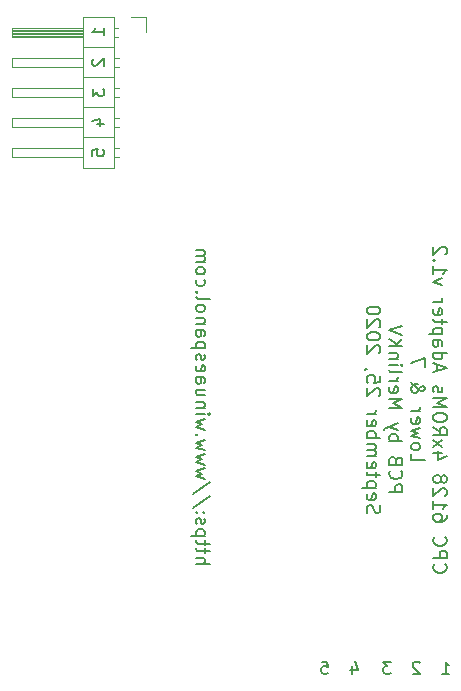
<source format=gbo>
G04 #@! TF.GenerationSoftware,KiCad,Pcbnew,(5.1.6)-1*
G04 #@! TF.CreationDate,2020-09-26T15:55:14+03:00*
G04 #@! TF.ProjectId,CPC6128_MultiROM_1_2,43504336-3132-4385-9f4d-756c7469524f,rev?*
G04 #@! TF.SameCoordinates,Original*
G04 #@! TF.FileFunction,Legend,Bot*
G04 #@! TF.FilePolarity,Positive*
%FSLAX46Y46*%
G04 Gerber Fmt 4.6, Leading zero omitted, Abs format (unit mm)*
G04 Created by KiCad (PCBNEW (5.1.6)-1) date 2020-09-26 15:55:14*
%MOMM*%
%LPD*%
G01*
G04 APERTURE LIST*
%ADD10C,0.150000*%
%ADD11C,0.120000*%
G04 APERTURE END LIST*
D10*
X125552380Y-64588095D02*
X125552380Y-64111904D01*
X126028571Y-64064285D01*
X125980952Y-64111904D01*
X125933333Y-64207142D01*
X125933333Y-64445238D01*
X125980952Y-64540476D01*
X126028571Y-64588095D01*
X126123809Y-64635714D01*
X126361904Y-64635714D01*
X126457142Y-64588095D01*
X126504761Y-64540476D01*
X126552380Y-64445238D01*
X126552380Y-64207142D01*
X126504761Y-64111904D01*
X126457142Y-64064285D01*
X125935714Y-61940476D02*
X126602380Y-61940476D01*
X125554761Y-61702380D02*
X126269047Y-61464285D01*
X126269047Y-62083333D01*
X125602380Y-58916666D02*
X125602380Y-59535714D01*
X125983333Y-59202380D01*
X125983333Y-59345238D01*
X126030952Y-59440476D01*
X126078571Y-59488095D01*
X126173809Y-59535714D01*
X126411904Y-59535714D01*
X126507142Y-59488095D01*
X126554761Y-59440476D01*
X126602380Y-59345238D01*
X126602380Y-59059523D01*
X126554761Y-58964285D01*
X126507142Y-58916666D01*
X125647619Y-56414285D02*
X125600000Y-56461904D01*
X125552380Y-56557142D01*
X125552380Y-56795238D01*
X125600000Y-56890476D01*
X125647619Y-56938095D01*
X125742857Y-56985714D01*
X125838095Y-56985714D01*
X125980952Y-56938095D01*
X126552380Y-56366666D01*
X126552380Y-56985714D01*
X126552380Y-54385714D02*
X126552380Y-53814285D01*
X126552380Y-54100000D02*
X125552380Y-54100000D01*
X125695238Y-54004761D01*
X125790476Y-53909523D01*
X125838095Y-53814285D01*
X145011904Y-107452380D02*
X145488095Y-107452380D01*
X145535714Y-107928571D01*
X145488095Y-107880952D01*
X145392857Y-107833333D01*
X145154761Y-107833333D01*
X145059523Y-107880952D01*
X145011904Y-107928571D01*
X144964285Y-108023809D01*
X144964285Y-108261904D01*
X145011904Y-108357142D01*
X145059523Y-108404761D01*
X145154761Y-108452380D01*
X145392857Y-108452380D01*
X145488095Y-108404761D01*
X145535714Y-108357142D01*
X155214285Y-108452380D02*
X155785714Y-108452380D01*
X155500000Y-108452380D02*
X155500000Y-107452380D01*
X155595238Y-107595238D01*
X155690476Y-107690476D01*
X155785714Y-107738095D01*
X153285714Y-107547619D02*
X153238095Y-107500000D01*
X153142857Y-107452380D01*
X152904761Y-107452380D01*
X152809523Y-107500000D01*
X152761904Y-107547619D01*
X152714285Y-107642857D01*
X152714285Y-107738095D01*
X152761904Y-107880952D01*
X153333333Y-108452380D01*
X152714285Y-108452380D01*
X150833333Y-107452380D02*
X150214285Y-107452380D01*
X150547619Y-107833333D01*
X150404761Y-107833333D01*
X150309523Y-107880952D01*
X150261904Y-107928571D01*
X150214285Y-108023809D01*
X150214285Y-108261904D01*
X150261904Y-108357142D01*
X150309523Y-108404761D01*
X150404761Y-108452380D01*
X150690476Y-108452380D01*
X150785714Y-108404761D01*
X150833333Y-108357142D01*
X147559523Y-107785714D02*
X147559523Y-108452380D01*
X147797619Y-107404761D02*
X148035714Y-108119047D01*
X147416666Y-108119047D01*
X154547785Y-99194095D02*
X154493023Y-99248857D01*
X154438261Y-99413142D01*
X154438261Y-99522666D01*
X154493023Y-99686952D01*
X154602547Y-99796476D01*
X154712071Y-99851238D01*
X154931119Y-99906000D01*
X155095404Y-99906000D01*
X155314452Y-99851238D01*
X155423976Y-99796476D01*
X155533500Y-99686952D01*
X155588261Y-99522666D01*
X155588261Y-99413142D01*
X155533500Y-99248857D01*
X155478738Y-99194095D01*
X154438261Y-98701238D02*
X155588261Y-98701238D01*
X155588261Y-98263142D01*
X155533500Y-98153619D01*
X155478738Y-98098857D01*
X155369214Y-98044095D01*
X155204928Y-98044095D01*
X155095404Y-98098857D01*
X155040642Y-98153619D01*
X154985880Y-98263142D01*
X154985880Y-98701238D01*
X154547785Y-96894095D02*
X154493023Y-96948857D01*
X154438261Y-97113142D01*
X154438261Y-97222666D01*
X154493023Y-97386952D01*
X154602547Y-97496476D01*
X154712071Y-97551238D01*
X154931119Y-97606000D01*
X155095404Y-97606000D01*
X155314452Y-97551238D01*
X155423976Y-97496476D01*
X155533500Y-97386952D01*
X155588261Y-97222666D01*
X155588261Y-97113142D01*
X155533500Y-96948857D01*
X155478738Y-96894095D01*
X155588261Y-95032190D02*
X155588261Y-95251238D01*
X155533500Y-95360761D01*
X155478738Y-95415523D01*
X155314452Y-95525047D01*
X155095404Y-95579809D01*
X154657309Y-95579809D01*
X154547785Y-95525047D01*
X154493023Y-95470285D01*
X154438261Y-95360761D01*
X154438261Y-95141714D01*
X154493023Y-95032190D01*
X154547785Y-94977428D01*
X154657309Y-94922666D01*
X154931119Y-94922666D01*
X155040642Y-94977428D01*
X155095404Y-95032190D01*
X155150166Y-95141714D01*
X155150166Y-95360761D01*
X155095404Y-95470285D01*
X155040642Y-95525047D01*
X154931119Y-95579809D01*
X154438261Y-93827428D02*
X154438261Y-94484571D01*
X154438261Y-94156000D02*
X155588261Y-94156000D01*
X155423976Y-94265523D01*
X155314452Y-94375047D01*
X155259690Y-94484571D01*
X155478738Y-93389333D02*
X155533500Y-93334571D01*
X155588261Y-93225047D01*
X155588261Y-92951238D01*
X155533500Y-92841714D01*
X155478738Y-92786952D01*
X155369214Y-92732190D01*
X155259690Y-92732190D01*
X155095404Y-92786952D01*
X154438261Y-93444095D01*
X154438261Y-92732190D01*
X155095404Y-92075047D02*
X155150166Y-92184571D01*
X155204928Y-92239333D01*
X155314452Y-92294095D01*
X155369214Y-92294095D01*
X155478738Y-92239333D01*
X155533500Y-92184571D01*
X155588261Y-92075047D01*
X155588261Y-91856000D01*
X155533500Y-91746476D01*
X155478738Y-91691714D01*
X155369214Y-91636952D01*
X155314452Y-91636952D01*
X155204928Y-91691714D01*
X155150166Y-91746476D01*
X155095404Y-91856000D01*
X155095404Y-92075047D01*
X155040642Y-92184571D01*
X154985880Y-92239333D01*
X154876357Y-92294095D01*
X154657309Y-92294095D01*
X154547785Y-92239333D01*
X154493023Y-92184571D01*
X154438261Y-92075047D01*
X154438261Y-91856000D01*
X154493023Y-91746476D01*
X154547785Y-91691714D01*
X154657309Y-91636952D01*
X154876357Y-91636952D01*
X154985880Y-91691714D01*
X155040642Y-91746476D01*
X155095404Y-91856000D01*
X155204928Y-89775047D02*
X154438261Y-89775047D01*
X155643023Y-90048857D02*
X154821595Y-90322666D01*
X154821595Y-89610761D01*
X154438261Y-89282190D02*
X155204928Y-88679809D01*
X155204928Y-89282190D02*
X154438261Y-88679809D01*
X154438261Y-87584571D02*
X154985880Y-87967904D01*
X154438261Y-88241714D02*
X155588261Y-88241714D01*
X155588261Y-87803619D01*
X155533500Y-87694095D01*
X155478738Y-87639333D01*
X155369214Y-87584571D01*
X155204928Y-87584571D01*
X155095404Y-87639333D01*
X155040642Y-87694095D01*
X154985880Y-87803619D01*
X154985880Y-88241714D01*
X155588261Y-86872666D02*
X155588261Y-86653619D01*
X155533500Y-86544095D01*
X155423976Y-86434571D01*
X155204928Y-86379809D01*
X154821595Y-86379809D01*
X154602547Y-86434571D01*
X154493023Y-86544095D01*
X154438261Y-86653619D01*
X154438261Y-86872666D01*
X154493023Y-86982190D01*
X154602547Y-87091714D01*
X154821595Y-87146476D01*
X155204928Y-87146476D01*
X155423976Y-87091714D01*
X155533500Y-86982190D01*
X155588261Y-86872666D01*
X154438261Y-85886952D02*
X155588261Y-85886952D01*
X154766833Y-85503619D01*
X155588261Y-85120285D01*
X154438261Y-85120285D01*
X154493023Y-84627428D02*
X154438261Y-84517904D01*
X154438261Y-84298857D01*
X154493023Y-84189333D01*
X154602547Y-84134571D01*
X154657309Y-84134571D01*
X154766833Y-84189333D01*
X154821595Y-84298857D01*
X154821595Y-84463142D01*
X154876357Y-84572666D01*
X154985880Y-84627428D01*
X155040642Y-84627428D01*
X155150166Y-84572666D01*
X155204928Y-84463142D01*
X155204928Y-84298857D01*
X155150166Y-84189333D01*
X154766833Y-82820285D02*
X154766833Y-82272666D01*
X154438261Y-82929809D02*
X155588261Y-82546476D01*
X154438261Y-82163142D01*
X154438261Y-81286952D02*
X155588261Y-81286952D01*
X154493023Y-81286952D02*
X154438261Y-81396476D01*
X154438261Y-81615523D01*
X154493023Y-81725047D01*
X154547785Y-81779809D01*
X154657309Y-81834571D01*
X154985880Y-81834571D01*
X155095404Y-81779809D01*
X155150166Y-81725047D01*
X155204928Y-81615523D01*
X155204928Y-81396476D01*
X155150166Y-81286952D01*
X154438261Y-80246476D02*
X155040642Y-80246476D01*
X155150166Y-80301238D01*
X155204928Y-80410761D01*
X155204928Y-80629809D01*
X155150166Y-80739333D01*
X154493023Y-80246476D02*
X154438261Y-80356000D01*
X154438261Y-80629809D01*
X154493023Y-80739333D01*
X154602547Y-80794095D01*
X154712071Y-80794095D01*
X154821595Y-80739333D01*
X154876357Y-80629809D01*
X154876357Y-80356000D01*
X154931119Y-80246476D01*
X155204928Y-79698857D02*
X154054928Y-79698857D01*
X155150166Y-79698857D02*
X155204928Y-79589333D01*
X155204928Y-79370285D01*
X155150166Y-79260761D01*
X155095404Y-79206000D01*
X154985880Y-79151238D01*
X154657309Y-79151238D01*
X154547785Y-79206000D01*
X154493023Y-79260761D01*
X154438261Y-79370285D01*
X154438261Y-79589333D01*
X154493023Y-79698857D01*
X155204928Y-78822666D02*
X155204928Y-78384571D01*
X155588261Y-78658380D02*
X154602547Y-78658380D01*
X154493023Y-78603619D01*
X154438261Y-78494095D01*
X154438261Y-78384571D01*
X154493023Y-77563142D02*
X154438261Y-77672666D01*
X154438261Y-77891714D01*
X154493023Y-78001238D01*
X154602547Y-78056000D01*
X155040642Y-78056000D01*
X155150166Y-78001238D01*
X155204928Y-77891714D01*
X155204928Y-77672666D01*
X155150166Y-77563142D01*
X155040642Y-77508380D01*
X154931119Y-77508380D01*
X154821595Y-78056000D01*
X154438261Y-77015523D02*
X155204928Y-77015523D01*
X154985880Y-77015523D02*
X155095404Y-76960761D01*
X155150166Y-76906000D01*
X155204928Y-76796476D01*
X155204928Y-76686952D01*
X155204928Y-75536952D02*
X154438261Y-75263142D01*
X155204928Y-74989333D01*
X154438261Y-73948857D02*
X154438261Y-74606000D01*
X154438261Y-74277428D02*
X155588261Y-74277428D01*
X155423976Y-74386952D01*
X155314452Y-74496476D01*
X155259690Y-74606000D01*
X154547785Y-73456000D02*
X154493023Y-73401238D01*
X154438261Y-73456000D01*
X154493023Y-73510761D01*
X154547785Y-73456000D01*
X154438261Y-73456000D01*
X155478738Y-72963142D02*
X155533500Y-72908380D01*
X155588261Y-72798857D01*
X155588261Y-72525047D01*
X155533500Y-72415523D01*
X155478738Y-72360761D01*
X155369214Y-72306000D01*
X155259690Y-72306000D01*
X155095404Y-72360761D01*
X154438261Y-73017904D01*
X154438261Y-72306000D01*
X152563261Y-89857190D02*
X152563261Y-90404809D01*
X153713261Y-90404809D01*
X152563261Y-89309571D02*
X152618023Y-89419095D01*
X152672785Y-89473857D01*
X152782309Y-89528619D01*
X153110880Y-89528619D01*
X153220404Y-89473857D01*
X153275166Y-89419095D01*
X153329928Y-89309571D01*
X153329928Y-89145285D01*
X153275166Y-89035761D01*
X153220404Y-88981000D01*
X153110880Y-88926238D01*
X152782309Y-88926238D01*
X152672785Y-88981000D01*
X152618023Y-89035761D01*
X152563261Y-89145285D01*
X152563261Y-89309571D01*
X153329928Y-88542904D02*
X152563261Y-88323857D01*
X153110880Y-88104809D01*
X152563261Y-87885761D01*
X153329928Y-87666714D01*
X152618023Y-86790523D02*
X152563261Y-86900047D01*
X152563261Y-87119095D01*
X152618023Y-87228619D01*
X152727547Y-87283380D01*
X153165642Y-87283380D01*
X153275166Y-87228619D01*
X153329928Y-87119095D01*
X153329928Y-86900047D01*
X153275166Y-86790523D01*
X153165642Y-86735761D01*
X153056119Y-86735761D01*
X152946595Y-87283380D01*
X152563261Y-86242904D02*
X153329928Y-86242904D01*
X153110880Y-86242904D02*
X153220404Y-86188142D01*
X153275166Y-86133380D01*
X153329928Y-86023857D01*
X153329928Y-85914333D01*
X152563261Y-83723857D02*
X152563261Y-83778619D01*
X152618023Y-83888142D01*
X152782309Y-84052428D01*
X153110880Y-84326238D01*
X153275166Y-84435761D01*
X153439452Y-84490523D01*
X153548976Y-84490523D01*
X153658500Y-84435761D01*
X153713261Y-84326238D01*
X153713261Y-84271476D01*
X153658500Y-84161952D01*
X153548976Y-84107190D01*
X153494214Y-84107190D01*
X153384690Y-84161952D01*
X153329928Y-84216714D01*
X153110880Y-84545285D01*
X153056119Y-84600047D01*
X152946595Y-84654809D01*
X152782309Y-84654809D01*
X152672785Y-84600047D01*
X152618023Y-84545285D01*
X152563261Y-84435761D01*
X152563261Y-84271476D01*
X152618023Y-84161952D01*
X152672785Y-84107190D01*
X152891833Y-83942904D01*
X153056119Y-83888142D01*
X153165642Y-83888142D01*
X153713261Y-82464333D02*
X153713261Y-81697666D01*
X152563261Y-82190523D01*
X150688261Y-93060761D02*
X151838261Y-93060761D01*
X151838261Y-92622666D01*
X151783500Y-92513142D01*
X151728738Y-92458380D01*
X151619214Y-92403619D01*
X151454928Y-92403619D01*
X151345404Y-92458380D01*
X151290642Y-92513142D01*
X151235880Y-92622666D01*
X151235880Y-93060761D01*
X150797785Y-91253619D02*
X150743023Y-91308380D01*
X150688261Y-91472666D01*
X150688261Y-91582190D01*
X150743023Y-91746476D01*
X150852547Y-91856000D01*
X150962071Y-91910761D01*
X151181119Y-91965523D01*
X151345404Y-91965523D01*
X151564452Y-91910761D01*
X151673976Y-91856000D01*
X151783500Y-91746476D01*
X151838261Y-91582190D01*
X151838261Y-91472666D01*
X151783500Y-91308380D01*
X151728738Y-91253619D01*
X151290642Y-90377428D02*
X151235880Y-90213142D01*
X151181119Y-90158380D01*
X151071595Y-90103619D01*
X150907309Y-90103619D01*
X150797785Y-90158380D01*
X150743023Y-90213142D01*
X150688261Y-90322666D01*
X150688261Y-90760761D01*
X151838261Y-90760761D01*
X151838261Y-90377428D01*
X151783500Y-90267904D01*
X151728738Y-90213142D01*
X151619214Y-90158380D01*
X151509690Y-90158380D01*
X151400166Y-90213142D01*
X151345404Y-90267904D01*
X151290642Y-90377428D01*
X151290642Y-90760761D01*
X150688261Y-88734571D02*
X151838261Y-88734571D01*
X151400166Y-88734571D02*
X151454928Y-88625047D01*
X151454928Y-88406000D01*
X151400166Y-88296476D01*
X151345404Y-88241714D01*
X151235880Y-88186952D01*
X150907309Y-88186952D01*
X150797785Y-88241714D01*
X150743023Y-88296476D01*
X150688261Y-88406000D01*
X150688261Y-88625047D01*
X150743023Y-88734571D01*
X151454928Y-87803619D02*
X150688261Y-87529809D01*
X151454928Y-87256000D02*
X150688261Y-87529809D01*
X150414452Y-87639333D01*
X150359690Y-87694095D01*
X150304928Y-87803619D01*
X150688261Y-85941714D02*
X151838261Y-85941714D01*
X151016833Y-85558380D01*
X151838261Y-85175047D01*
X150688261Y-85175047D01*
X150743023Y-84189333D02*
X150688261Y-84298857D01*
X150688261Y-84517904D01*
X150743023Y-84627428D01*
X150852547Y-84682190D01*
X151290642Y-84682190D01*
X151400166Y-84627428D01*
X151454928Y-84517904D01*
X151454928Y-84298857D01*
X151400166Y-84189333D01*
X151290642Y-84134571D01*
X151181119Y-84134571D01*
X151071595Y-84682190D01*
X150688261Y-83641714D02*
X151454928Y-83641714D01*
X151235880Y-83641714D02*
X151345404Y-83586952D01*
X151400166Y-83532190D01*
X151454928Y-83422666D01*
X151454928Y-83313142D01*
X150688261Y-82765523D02*
X150743023Y-82875047D01*
X150852547Y-82929809D01*
X151838261Y-82929809D01*
X150688261Y-82327428D02*
X151454928Y-82327428D01*
X151838261Y-82327428D02*
X151783500Y-82382190D01*
X151728738Y-82327428D01*
X151783500Y-82272666D01*
X151838261Y-82327428D01*
X151728738Y-82327428D01*
X151454928Y-81779809D02*
X150688261Y-81779809D01*
X151345404Y-81779809D02*
X151400166Y-81725047D01*
X151454928Y-81615523D01*
X151454928Y-81451238D01*
X151400166Y-81341714D01*
X151290642Y-81286952D01*
X150688261Y-81286952D01*
X150688261Y-80739333D02*
X151838261Y-80739333D01*
X150688261Y-80082190D02*
X151345404Y-80575047D01*
X151838261Y-80082190D02*
X151181119Y-80739333D01*
X151838261Y-79753619D02*
X150688261Y-79370285D01*
X151838261Y-78986952D01*
X148868023Y-94840523D02*
X148813261Y-94676238D01*
X148813261Y-94402428D01*
X148868023Y-94292904D01*
X148922785Y-94238142D01*
X149032309Y-94183380D01*
X149141833Y-94183380D01*
X149251357Y-94238142D01*
X149306119Y-94292904D01*
X149360880Y-94402428D01*
X149415642Y-94621476D01*
X149470404Y-94731000D01*
X149525166Y-94785761D01*
X149634690Y-94840523D01*
X149744214Y-94840523D01*
X149853738Y-94785761D01*
X149908500Y-94731000D01*
X149963261Y-94621476D01*
X149963261Y-94347666D01*
X149908500Y-94183380D01*
X148868023Y-93252428D02*
X148813261Y-93361952D01*
X148813261Y-93581000D01*
X148868023Y-93690523D01*
X148977547Y-93745285D01*
X149415642Y-93745285D01*
X149525166Y-93690523D01*
X149579928Y-93581000D01*
X149579928Y-93361952D01*
X149525166Y-93252428D01*
X149415642Y-93197666D01*
X149306119Y-93197666D01*
X149196595Y-93745285D01*
X149579928Y-92704809D02*
X148429928Y-92704809D01*
X149525166Y-92704809D02*
X149579928Y-92595285D01*
X149579928Y-92376238D01*
X149525166Y-92266714D01*
X149470404Y-92211952D01*
X149360880Y-92157190D01*
X149032309Y-92157190D01*
X148922785Y-92211952D01*
X148868023Y-92266714D01*
X148813261Y-92376238D01*
X148813261Y-92595285D01*
X148868023Y-92704809D01*
X149579928Y-91828619D02*
X149579928Y-91390523D01*
X149963261Y-91664333D02*
X148977547Y-91664333D01*
X148868023Y-91609571D01*
X148813261Y-91500047D01*
X148813261Y-91390523D01*
X148868023Y-90569095D02*
X148813261Y-90678619D01*
X148813261Y-90897666D01*
X148868023Y-91007190D01*
X148977547Y-91061952D01*
X149415642Y-91061952D01*
X149525166Y-91007190D01*
X149579928Y-90897666D01*
X149579928Y-90678619D01*
X149525166Y-90569095D01*
X149415642Y-90514333D01*
X149306119Y-90514333D01*
X149196595Y-91061952D01*
X148813261Y-90021476D02*
X149579928Y-90021476D01*
X149470404Y-90021476D02*
X149525166Y-89966714D01*
X149579928Y-89857190D01*
X149579928Y-89692904D01*
X149525166Y-89583380D01*
X149415642Y-89528619D01*
X148813261Y-89528619D01*
X149415642Y-89528619D02*
X149525166Y-89473857D01*
X149579928Y-89364333D01*
X149579928Y-89200047D01*
X149525166Y-89090523D01*
X149415642Y-89035761D01*
X148813261Y-89035761D01*
X148813261Y-88488142D02*
X149963261Y-88488142D01*
X149525166Y-88488142D02*
X149579928Y-88378619D01*
X149579928Y-88159571D01*
X149525166Y-88050047D01*
X149470404Y-87995285D01*
X149360880Y-87940523D01*
X149032309Y-87940523D01*
X148922785Y-87995285D01*
X148868023Y-88050047D01*
X148813261Y-88159571D01*
X148813261Y-88378619D01*
X148868023Y-88488142D01*
X148868023Y-87009571D02*
X148813261Y-87119095D01*
X148813261Y-87338142D01*
X148868023Y-87447666D01*
X148977547Y-87502428D01*
X149415642Y-87502428D01*
X149525166Y-87447666D01*
X149579928Y-87338142D01*
X149579928Y-87119095D01*
X149525166Y-87009571D01*
X149415642Y-86954809D01*
X149306119Y-86954809D01*
X149196595Y-87502428D01*
X148813261Y-86461952D02*
X149579928Y-86461952D01*
X149360880Y-86461952D02*
X149470404Y-86407190D01*
X149525166Y-86352428D01*
X149579928Y-86242904D01*
X149579928Y-86133380D01*
X149853738Y-84928619D02*
X149908500Y-84873857D01*
X149963261Y-84764333D01*
X149963261Y-84490523D01*
X149908500Y-84381000D01*
X149853738Y-84326238D01*
X149744214Y-84271476D01*
X149634690Y-84271476D01*
X149470404Y-84326238D01*
X148813261Y-84983380D01*
X148813261Y-84271476D01*
X149963261Y-83231000D02*
X149963261Y-83778619D01*
X149415642Y-83833380D01*
X149470404Y-83778619D01*
X149525166Y-83669095D01*
X149525166Y-83395285D01*
X149470404Y-83285761D01*
X149415642Y-83231000D01*
X149306119Y-83176238D01*
X149032309Y-83176238D01*
X148922785Y-83231000D01*
X148868023Y-83285761D01*
X148813261Y-83395285D01*
X148813261Y-83669095D01*
X148868023Y-83778619D01*
X148922785Y-83833380D01*
X148868023Y-82628619D02*
X148813261Y-82628619D01*
X148703738Y-82683380D01*
X148648976Y-82738142D01*
X149853738Y-81314333D02*
X149908500Y-81259571D01*
X149963261Y-81150047D01*
X149963261Y-80876238D01*
X149908500Y-80766714D01*
X149853738Y-80711952D01*
X149744214Y-80657190D01*
X149634690Y-80657190D01*
X149470404Y-80711952D01*
X148813261Y-81369095D01*
X148813261Y-80657190D01*
X149963261Y-79945285D02*
X149963261Y-79835761D01*
X149908500Y-79726238D01*
X149853738Y-79671476D01*
X149744214Y-79616714D01*
X149525166Y-79561952D01*
X149251357Y-79561952D01*
X149032309Y-79616714D01*
X148922785Y-79671476D01*
X148868023Y-79726238D01*
X148813261Y-79835761D01*
X148813261Y-79945285D01*
X148868023Y-80054809D01*
X148922785Y-80109571D01*
X149032309Y-80164333D01*
X149251357Y-80219095D01*
X149525166Y-80219095D01*
X149744214Y-80164333D01*
X149853738Y-80109571D01*
X149908500Y-80054809D01*
X149963261Y-79945285D01*
X149853738Y-79123857D02*
X149908500Y-79069095D01*
X149963261Y-78959571D01*
X149963261Y-78685761D01*
X149908500Y-78576238D01*
X149853738Y-78521476D01*
X149744214Y-78466714D01*
X149634690Y-78466714D01*
X149470404Y-78521476D01*
X148813261Y-79178619D01*
X148813261Y-78466714D01*
X149963261Y-77754809D02*
X149963261Y-77645285D01*
X149908500Y-77535761D01*
X149853738Y-77481000D01*
X149744214Y-77426238D01*
X149525166Y-77371476D01*
X149251357Y-77371476D01*
X149032309Y-77426238D01*
X148922785Y-77481000D01*
X148868023Y-77535761D01*
X148813261Y-77645285D01*
X148813261Y-77754809D01*
X148868023Y-77864333D01*
X148922785Y-77919095D01*
X149032309Y-77973857D01*
X149251357Y-78028619D01*
X149525166Y-78028619D01*
X149744214Y-77973857D01*
X149853738Y-77919095D01*
X149908500Y-77864333D01*
X149963261Y-77754809D01*
X134353761Y-99131761D02*
X135503761Y-99131761D01*
X134353761Y-98638904D02*
X134956142Y-98638904D01*
X135065666Y-98693666D01*
X135120428Y-98803190D01*
X135120428Y-98967476D01*
X135065666Y-99077000D01*
X135010904Y-99131761D01*
X135120428Y-98255571D02*
X135120428Y-97817476D01*
X135503761Y-98091285D02*
X134518047Y-98091285D01*
X134408523Y-98036523D01*
X134353761Y-97927000D01*
X134353761Y-97817476D01*
X135120428Y-97598428D02*
X135120428Y-97160333D01*
X135503761Y-97434142D02*
X134518047Y-97434142D01*
X134408523Y-97379380D01*
X134353761Y-97269857D01*
X134353761Y-97160333D01*
X135120428Y-96777000D02*
X133970428Y-96777000D01*
X135065666Y-96777000D02*
X135120428Y-96667476D01*
X135120428Y-96448428D01*
X135065666Y-96338904D01*
X135010904Y-96284142D01*
X134901380Y-96229380D01*
X134572809Y-96229380D01*
X134463285Y-96284142D01*
X134408523Y-96338904D01*
X134353761Y-96448428D01*
X134353761Y-96667476D01*
X134408523Y-96777000D01*
X134408523Y-95791285D02*
X134353761Y-95681761D01*
X134353761Y-95462714D01*
X134408523Y-95353190D01*
X134518047Y-95298428D01*
X134572809Y-95298428D01*
X134682333Y-95353190D01*
X134737095Y-95462714D01*
X134737095Y-95627000D01*
X134791857Y-95736523D01*
X134901380Y-95791285D01*
X134956142Y-95791285D01*
X135065666Y-95736523D01*
X135120428Y-95627000D01*
X135120428Y-95462714D01*
X135065666Y-95353190D01*
X134463285Y-94805571D02*
X134408523Y-94750809D01*
X134353761Y-94805571D01*
X134408523Y-94860333D01*
X134463285Y-94805571D01*
X134353761Y-94805571D01*
X135065666Y-94805571D02*
X135010904Y-94750809D01*
X134956142Y-94805571D01*
X135010904Y-94860333D01*
X135065666Y-94805571D01*
X134956142Y-94805571D01*
X135558523Y-93436523D02*
X134079952Y-94422238D01*
X135558523Y-92231761D02*
X134079952Y-93217476D01*
X135120428Y-91957952D02*
X134353761Y-91738904D01*
X134901380Y-91519857D01*
X134353761Y-91300809D01*
X135120428Y-91081761D01*
X135120428Y-90753190D02*
X134353761Y-90534142D01*
X134901380Y-90315095D01*
X134353761Y-90096047D01*
X135120428Y-89877000D01*
X135120428Y-89548428D02*
X134353761Y-89329380D01*
X134901380Y-89110333D01*
X134353761Y-88891285D01*
X135120428Y-88672238D01*
X134463285Y-88234142D02*
X134408523Y-88179380D01*
X134353761Y-88234142D01*
X134408523Y-88288904D01*
X134463285Y-88234142D01*
X134353761Y-88234142D01*
X135120428Y-87796047D02*
X134353761Y-87577000D01*
X134901380Y-87357952D01*
X134353761Y-87138904D01*
X135120428Y-86919857D01*
X134353761Y-86481761D02*
X135120428Y-86481761D01*
X135503761Y-86481761D02*
X135449000Y-86536523D01*
X135394238Y-86481761D01*
X135449000Y-86427000D01*
X135503761Y-86481761D01*
X135394238Y-86481761D01*
X135120428Y-85934142D02*
X134353761Y-85934142D01*
X135010904Y-85934142D02*
X135065666Y-85879380D01*
X135120428Y-85769857D01*
X135120428Y-85605571D01*
X135065666Y-85496047D01*
X134956142Y-85441285D01*
X134353761Y-85441285D01*
X135120428Y-84400809D02*
X134353761Y-84400809D01*
X135120428Y-84893666D02*
X134518047Y-84893666D01*
X134408523Y-84838904D01*
X134353761Y-84729380D01*
X134353761Y-84565095D01*
X134408523Y-84455571D01*
X134463285Y-84400809D01*
X134353761Y-83360333D02*
X134956142Y-83360333D01*
X135065666Y-83415095D01*
X135120428Y-83524619D01*
X135120428Y-83743666D01*
X135065666Y-83853190D01*
X134408523Y-83360333D02*
X134353761Y-83469857D01*
X134353761Y-83743666D01*
X134408523Y-83853190D01*
X134518047Y-83907952D01*
X134627571Y-83907952D01*
X134737095Y-83853190D01*
X134791857Y-83743666D01*
X134791857Y-83469857D01*
X134846619Y-83360333D01*
X134408523Y-82374619D02*
X134353761Y-82484142D01*
X134353761Y-82703190D01*
X134408523Y-82812714D01*
X134518047Y-82867476D01*
X134956142Y-82867476D01*
X135065666Y-82812714D01*
X135120428Y-82703190D01*
X135120428Y-82484142D01*
X135065666Y-82374619D01*
X134956142Y-82319857D01*
X134846619Y-82319857D01*
X134737095Y-82867476D01*
X134408523Y-81881761D02*
X134353761Y-81772238D01*
X134353761Y-81553190D01*
X134408523Y-81443666D01*
X134518047Y-81388904D01*
X134572809Y-81388904D01*
X134682333Y-81443666D01*
X134737095Y-81553190D01*
X134737095Y-81717476D01*
X134791857Y-81827000D01*
X134901380Y-81881761D01*
X134956142Y-81881761D01*
X135065666Y-81827000D01*
X135120428Y-81717476D01*
X135120428Y-81553190D01*
X135065666Y-81443666D01*
X135120428Y-80896047D02*
X133970428Y-80896047D01*
X135065666Y-80896047D02*
X135120428Y-80786523D01*
X135120428Y-80567476D01*
X135065666Y-80457952D01*
X135010904Y-80403190D01*
X134901380Y-80348428D01*
X134572809Y-80348428D01*
X134463285Y-80403190D01*
X134408523Y-80457952D01*
X134353761Y-80567476D01*
X134353761Y-80786523D01*
X134408523Y-80896047D01*
X134353761Y-79362714D02*
X134956142Y-79362714D01*
X135065666Y-79417476D01*
X135120428Y-79527000D01*
X135120428Y-79746047D01*
X135065666Y-79855571D01*
X134408523Y-79362714D02*
X134353761Y-79472238D01*
X134353761Y-79746047D01*
X134408523Y-79855571D01*
X134518047Y-79910333D01*
X134627571Y-79910333D01*
X134737095Y-79855571D01*
X134791857Y-79746047D01*
X134791857Y-79472238D01*
X134846619Y-79362714D01*
X135120428Y-78815095D02*
X134353761Y-78815095D01*
X135010904Y-78815095D02*
X135065666Y-78760333D01*
X135120428Y-78650809D01*
X135120428Y-78486523D01*
X135065666Y-78377000D01*
X134956142Y-78322238D01*
X134353761Y-78322238D01*
X134353761Y-77610333D02*
X134408523Y-77719857D01*
X134463285Y-77774619D01*
X134572809Y-77829380D01*
X134901380Y-77829380D01*
X135010904Y-77774619D01*
X135065666Y-77719857D01*
X135120428Y-77610333D01*
X135120428Y-77446047D01*
X135065666Y-77336523D01*
X135010904Y-77281761D01*
X134901380Y-77227000D01*
X134572809Y-77227000D01*
X134463285Y-77281761D01*
X134408523Y-77336523D01*
X134353761Y-77446047D01*
X134353761Y-77610333D01*
X134353761Y-76569857D02*
X134408523Y-76679380D01*
X134518047Y-76734142D01*
X135503761Y-76734142D01*
X134463285Y-76131761D02*
X134408523Y-76077000D01*
X134353761Y-76131761D01*
X134408523Y-76186523D01*
X134463285Y-76131761D01*
X134353761Y-76131761D01*
X134408523Y-75091285D02*
X134353761Y-75200809D01*
X134353761Y-75419857D01*
X134408523Y-75529380D01*
X134463285Y-75584142D01*
X134572809Y-75638904D01*
X134901380Y-75638904D01*
X135010904Y-75584142D01*
X135065666Y-75529380D01*
X135120428Y-75419857D01*
X135120428Y-75200809D01*
X135065666Y-75091285D01*
X134353761Y-74434142D02*
X134408523Y-74543666D01*
X134463285Y-74598428D01*
X134572809Y-74653190D01*
X134901380Y-74653190D01*
X135010904Y-74598428D01*
X135065666Y-74543666D01*
X135120428Y-74434142D01*
X135120428Y-74269857D01*
X135065666Y-74160333D01*
X135010904Y-74105571D01*
X134901380Y-74050809D01*
X134572809Y-74050809D01*
X134463285Y-74105571D01*
X134408523Y-74160333D01*
X134353761Y-74269857D01*
X134353761Y-74434142D01*
X134353761Y-73557952D02*
X135120428Y-73557952D01*
X135010904Y-73557952D02*
X135065666Y-73503190D01*
X135120428Y-73393666D01*
X135120428Y-73229380D01*
X135065666Y-73119857D01*
X134956142Y-73065095D01*
X134353761Y-73065095D01*
X134956142Y-73065095D02*
X135065666Y-73010333D01*
X135120428Y-72900809D01*
X135120428Y-72736523D01*
X135065666Y-72627000D01*
X134956142Y-72572238D01*
X134353761Y-72572238D01*
D11*
X130120000Y-52880000D02*
X128850000Y-52880000D01*
X130120000Y-54150000D02*
X130120000Y-52880000D01*
X127807071Y-64690000D02*
X127410000Y-64690000D01*
X127807071Y-63930000D02*
X127410000Y-63930000D01*
X118750000Y-64690000D02*
X124750000Y-64690000D01*
X118750000Y-63930000D02*
X118750000Y-64690000D01*
X124750000Y-63930000D02*
X118750000Y-63930000D01*
X127410000Y-63040000D02*
X124750000Y-63040000D01*
X127807071Y-62150000D02*
X127410000Y-62150000D01*
X127807071Y-61390000D02*
X127410000Y-61390000D01*
X118750000Y-62150000D02*
X124750000Y-62150000D01*
X118750000Y-61390000D02*
X118750000Y-62150000D01*
X124750000Y-61390000D02*
X118750000Y-61390000D01*
X127410000Y-60500000D02*
X124750000Y-60500000D01*
X127807071Y-59610000D02*
X127410000Y-59610000D01*
X127807071Y-58850000D02*
X127410000Y-58850000D01*
X118750000Y-59610000D02*
X124750000Y-59610000D01*
X118750000Y-58850000D02*
X118750000Y-59610000D01*
X124750000Y-58850000D02*
X118750000Y-58850000D01*
X127410000Y-57960000D02*
X124750000Y-57960000D01*
X127807071Y-57070000D02*
X127410000Y-57070000D01*
X127807071Y-56310000D02*
X127410000Y-56310000D01*
X118750000Y-57070000D02*
X124750000Y-57070000D01*
X118750000Y-56310000D02*
X118750000Y-57070000D01*
X124750000Y-56310000D02*
X118750000Y-56310000D01*
X127410000Y-55420000D02*
X124750000Y-55420000D01*
X127740000Y-54530000D02*
X127410000Y-54530000D01*
X127740000Y-53770000D02*
X127410000Y-53770000D01*
X124750000Y-54430000D02*
X118750000Y-54430000D01*
X124750000Y-54310000D02*
X118750000Y-54310000D01*
X124750000Y-54190000D02*
X118750000Y-54190000D01*
X124750000Y-54070000D02*
X118750000Y-54070000D01*
X124750000Y-53950000D02*
X118750000Y-53950000D01*
X124750000Y-53830000D02*
X118750000Y-53830000D01*
X118750000Y-54530000D02*
X124750000Y-54530000D01*
X118750000Y-53770000D02*
X118750000Y-54530000D01*
X124750000Y-53770000D02*
X118750000Y-53770000D01*
X124750000Y-52820000D02*
X127410000Y-52820000D01*
X124750000Y-65640000D02*
X124750000Y-52820000D01*
X127410000Y-65640000D02*
X124750000Y-65640000D01*
X127410000Y-52820000D02*
X127410000Y-65640000D01*
M02*

</source>
